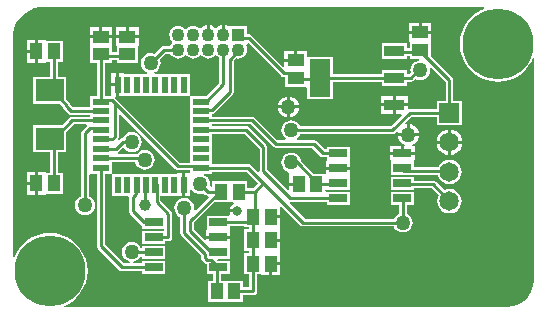
<source format=gtl>
G04*
G04 #@! TF.GenerationSoftware,Altium Limited,Altium Designer,20.2.3 (150)*
G04*
G04 Layer_Physical_Order=1*
G04 Layer_Color=255*
%FSLAX24Y24*%
%MOIN*%
G70*
G04*
G04 #@! TF.SameCoordinates,A1FA694D-6CEF-4EEC-B524-7EF816075216*
G04*
G04*
G04 #@! TF.FilePolarity,Positive*
G04*
G01*
G75*
%ADD13C,0.0100*%
%ADD14R,0.0433X0.0551*%
%ADD15R,0.0610X0.0276*%
%ADD16R,0.0551X0.0433*%
%ADD17R,0.0945X0.0748*%
%ADD18R,0.0236X0.0581*%
%ADD19R,0.0581X0.0236*%
%ADD20R,0.0689X0.0374*%
%ADD21R,0.0689X0.1260*%
%ADD38C,0.2362*%
%ADD39R,0.0433X0.0433*%
%ADD40C,0.0433*%
%ADD41R,0.0650X0.0650*%
%ADD42C,0.0650*%
%ADD43C,0.0394*%
%ADD44C,0.0500*%
%ADD45C,0.0315*%
G36*
X26083Y25426D02*
X25976Y25381D01*
X25807Y25278D01*
X25656Y25149D01*
X25527Y24998D01*
X25424Y24829D01*
X25348Y24646D01*
X25301Y24453D01*
X25286Y24255D01*
X25301Y24057D01*
X25348Y23865D01*
X25424Y23681D01*
X25527Y23512D01*
X25656Y23362D01*
X25807Y23233D01*
X25976Y23129D01*
X26159Y23053D01*
X26352Y23007D01*
X26550Y22991D01*
X26747Y23007D01*
X26940Y23053D01*
X27123Y23129D01*
X27292Y23233D01*
X27443Y23362D01*
X27572Y23512D01*
X27676Y23681D01*
X27720Y23789D01*
X27770Y23779D01*
Y16468D01*
Y16369D01*
X27732Y16176D01*
X27656Y15994D01*
X27547Y15830D01*
X27408Y15691D01*
X27244Y15582D01*
X27062Y15506D01*
X26869Y15468D01*
X12087D01*
X12077Y15518D01*
X12185Y15562D01*
X12354Y15666D01*
X12505Y15795D01*
X12633Y15945D01*
X12737Y16114D01*
X12813Y16298D01*
X12859Y16490D01*
X12875Y16688D01*
X12859Y16886D01*
X12813Y17079D01*
X12737Y17262D01*
X12633Y17431D01*
X12505Y17582D01*
X12354Y17711D01*
X12185Y17814D01*
X12002Y17890D01*
X11809Y17936D01*
X11611Y17952D01*
X11413Y17936D01*
X11221Y17890D01*
X11037Y17814D01*
X10868Y17711D01*
X10717Y17582D01*
X10589Y17431D01*
X10485Y17262D01*
X10441Y17155D01*
X10391Y17164D01*
Y24476D01*
Y24574D01*
X10429Y24767D01*
X10504Y24949D01*
X10614Y25113D01*
X10753Y25252D01*
X10917Y25362D01*
X11099Y25437D01*
X11292Y25476D01*
X26073D01*
X26083Y25426D01*
D02*
G37*
%LPC*%
G36*
X24338Y24954D02*
X24012D01*
Y24688D01*
X24338D01*
Y24954D01*
D02*
G37*
G36*
X23912D02*
X23587D01*
Y24688D01*
X23912D01*
Y24954D01*
D02*
G37*
G36*
X17445Y24873D02*
Y24560D01*
X17345D01*
Y24873D01*
X17313Y24868D01*
X17236Y24836D01*
X17179Y24793D01*
X17145Y24788D01*
X17112Y24793D01*
X17055Y24836D01*
X16978Y24868D01*
X16945Y24873D01*
Y24560D01*
X16845D01*
Y24873D01*
X16813Y24868D01*
X16736Y24836D01*
X16670Y24786D01*
X16657Y24769D01*
X16607D01*
X16606Y24770D01*
X16544Y24818D01*
X16472Y24848D01*
X16395Y24858D01*
X16318Y24848D01*
X16246Y24818D01*
X16185Y24770D01*
X16170Y24752D01*
X16120D01*
X16106Y24770D01*
X16044Y24818D01*
X15972Y24848D01*
X15895Y24858D01*
X15818Y24848D01*
X15746Y24818D01*
X15685Y24770D01*
X15637Y24709D01*
X15608Y24637D01*
X15597Y24560D01*
X15608Y24483D01*
X15637Y24411D01*
X15685Y24349D01*
X15703Y24335D01*
Y24285D01*
X15685Y24270D01*
X15637Y24209D01*
X15630Y24191D01*
X15419D01*
X15369Y24181D01*
X15326Y24153D01*
X15100Y23926D01*
X15065Y23941D01*
X14980Y23952D01*
X14894Y23941D01*
X14814Y23908D01*
X14745Y23855D01*
X14692Y23786D01*
X14659Y23706D01*
X14648Y23620D01*
X14659Y23535D01*
X14692Y23455D01*
X14745Y23386D01*
X14814Y23333D01*
X14856Y23316D01*
X14846Y23266D01*
X14095D01*
Y23287D01*
X13927D01*
Y22897D01*
Y22506D01*
X14095D01*
Y22528D01*
X16229D01*
X16279Y22528D01*
X16279Y22478D01*
Y22134D01*
Y21819D01*
Y21504D01*
Y21189D01*
Y20874D01*
Y20559D01*
Y20299D01*
X15950D01*
X13871Y22378D01*
X13871Y22378D01*
X13793Y22457D01*
X13813Y22506D01*
X13827D01*
Y22847D01*
X13659D01*
Y22528D01*
X13442D01*
Y23608D01*
X13674D01*
Y23729D01*
X13844D01*
Y23606D01*
X14553D01*
Y24175D01*
X14574D01*
Y24441D01*
X14198D01*
X13823D01*
Y24175D01*
X13844D01*
Y23991D01*
X13674D01*
Y24177D01*
X13695D01*
Y24444D01*
X13320D01*
X12944D01*
Y24177D01*
X12965D01*
Y23608D01*
X13180D01*
Y22528D01*
X12942D01*
Y22147D01*
X12388D01*
X12309Y22226D01*
X12305Y22246D01*
X12276Y22289D01*
X12162Y22403D01*
Y23164D01*
X11891D01*
Y23649D01*
X12055D01*
Y24357D01*
X11486D01*
Y24379D01*
X11219D01*
Y24003D01*
Y23628D01*
X11486D01*
Y23649D01*
X11629D01*
Y23164D01*
X11060D01*
Y22258D01*
X11936D01*
X12058Y22136D01*
X12062Y22116D01*
X12091Y22073D01*
X12241Y21923D01*
X12283Y21894D01*
X12334Y21884D01*
X12942D01*
Y21832D01*
X12354D01*
X12304Y21822D01*
X12262Y21794D01*
X12018Y21550D01*
X11060D01*
Y20644D01*
X11626D01*
Y19964D01*
X11483D01*
Y19985D01*
X11217D01*
Y19609D01*
Y19234D01*
X11483D01*
Y19255D01*
X12053D01*
Y19964D01*
X11889D01*
Y20644D01*
X12162D01*
Y21323D01*
X12409Y21570D01*
X12837D01*
X12838Y21568D01*
X12855Y21520D01*
X12699Y21363D01*
X12670Y21321D01*
X12660Y21271D01*
Y19171D01*
X12626Y19156D01*
X12557Y19104D01*
X12504Y19035D01*
X12471Y18955D01*
X12460Y18869D01*
X12471Y18783D01*
X12504Y18704D01*
X12557Y18635D01*
X12626Y18582D01*
X12706Y18549D01*
X12791Y18538D01*
X12877Y18549D01*
X12957Y18582D01*
X13026Y18635D01*
X13078Y18704D01*
X13112Y18783D01*
X13123Y18869D01*
X13112Y18955D01*
X13078Y19035D01*
X13026Y19104D01*
X12957Y19156D01*
X12923Y19171D01*
Y19887D01*
X12942Y19929D01*
X13180D01*
Y17527D01*
X13190Y17477D01*
X13218Y17434D01*
X13928Y16724D01*
X13971Y16696D01*
X14021Y16686D01*
X14694D01*
Y16600D01*
X15462D01*
Y17033D01*
X14694D01*
Y16948D01*
X14401D01*
X14398Y16998D01*
X14431Y17003D01*
X14511Y17036D01*
X14579Y17088D01*
X14632Y17157D01*
X14646Y17192D01*
X14694D01*
Y17100D01*
X15462D01*
Y17533D01*
X14694D01*
Y17454D01*
X14646D01*
X14632Y17489D01*
X14579Y17557D01*
X14511Y17610D01*
X14431Y17643D01*
X14345Y17654D01*
X14259Y17643D01*
X14179Y17610D01*
X14110Y17557D01*
X14058Y17489D01*
X14025Y17409D01*
X14013Y17323D01*
X14025Y17237D01*
X14058Y17157D01*
X14110Y17088D01*
X14179Y17036D01*
X14259Y17003D01*
X14292Y16998D01*
X14289Y16948D01*
X14075D01*
X13442Y17581D01*
Y19929D01*
X13630D01*
X13630Y19929D01*
X13631Y19929D01*
X13680Y19929D01*
X13680Y19880D01*
Y19879D01*
X13680Y19879D01*
Y19191D01*
X14217D01*
X14248Y19153D01*
Y18687D01*
X14258Y18636D01*
X14287Y18594D01*
X14399Y18482D01*
X14399Y18482D01*
X14656Y18224D01*
X14694Y18199D01*
Y18100D01*
X15434D01*
Y18033D01*
X14694D01*
Y17600D01*
X15462D01*
Y17680D01*
X15565D01*
X15616Y17690D01*
X15658Y17718D01*
X15687Y17761D01*
X15697Y17811D01*
Y18592D01*
X15687Y18642D01*
X15658Y18685D01*
X15306Y19037D01*
Y19191D01*
X15864D01*
Y19169D01*
X16032D01*
Y19560D01*
Y19950D01*
X15864D01*
Y19929D01*
X13730D01*
X13730Y19929D01*
X13730Y19929D01*
X13680Y19929D01*
X13680Y19979D01*
Y19979D01*
X13680Y19979D01*
Y20326D01*
X14462D01*
X14464Y20313D01*
X14497Y20233D01*
X14550Y20164D01*
X14618Y20111D01*
X14698Y20078D01*
X14784Y20067D01*
X14870Y20078D01*
X14950Y20111D01*
X15019Y20164D01*
X15071Y20233D01*
X15105Y20313D01*
X15116Y20398D01*
X15105Y20484D01*
X15071Y20564D01*
X15019Y20633D01*
X14950Y20686D01*
X14870Y20719D01*
X14784Y20730D01*
X14698Y20719D01*
X14618Y20686D01*
X14550Y20633D01*
X14516Y20589D01*
X13889D01*
X13881Y20613D01*
X13880Y20639D01*
X13916Y20663D01*
X14037Y20784D01*
X14087Y20780D01*
X14110Y20750D01*
X14179Y20697D01*
X14259Y20664D01*
X14345Y20653D01*
X14431Y20664D01*
X14511Y20697D01*
X14579Y20750D01*
X14632Y20818D01*
X14665Y20898D01*
X14676Y20984D01*
X14665Y21070D01*
X14632Y21150D01*
X14579Y21219D01*
X14511Y21271D01*
X14431Y21305D01*
X14345Y21316D01*
X14259Y21305D01*
X14179Y21271D01*
X14110Y21219D01*
X14058Y21150D01*
X14043Y21114D01*
X14002Y21106D01*
X13959Y21077D01*
X13915Y21033D01*
X13876Y21065D01*
X13899Y21100D01*
X13909Y21150D01*
Y21903D01*
X13956Y21922D01*
X15803Y20075D01*
X15846Y20046D01*
X15896Y20036D01*
X16279D01*
Y19970D01*
X16279Y19950D01*
X16259Y19950D01*
X16132D01*
Y19560D01*
Y19169D01*
X16300D01*
Y19398D01*
X16350Y19408D01*
X16352Y19403D01*
X16405Y19334D01*
X16474Y19281D01*
X16554Y19248D01*
X16639Y19237D01*
X16725Y19248D01*
X16760Y19263D01*
X16791Y19232D01*
X16833Y19203D01*
X16883Y19193D01*
X16892D01*
X16911Y19147D01*
X16474Y18710D01*
X16427Y18734D01*
X16434Y18787D01*
X16423Y18873D01*
X16390Y18953D01*
X16337Y19022D01*
X16268Y19075D01*
X16188Y19108D01*
X16102Y19119D01*
X16017Y19108D01*
X15937Y19075D01*
X15868Y19022D01*
X15815Y18953D01*
X15782Y18873D01*
X15771Y18787D01*
X15782Y18702D01*
X15815Y18622D01*
X15868Y18553D01*
X15937Y18500D01*
X15971Y18486D01*
Y17939D01*
X15981Y17888D01*
X16010Y17846D01*
X16659Y17196D01*
Y17126D01*
X16669Y17076D01*
X16697Y17033D01*
X16773Y16958D01*
X16815Y16929D01*
X16840Y16924D01*
Y16600D01*
X17045D01*
Y16359D01*
X16881D01*
Y15650D01*
X17422D01*
X17472Y15650D01*
X17522Y15650D01*
X18062D01*
Y15879D01*
X18391D01*
X18441Y15889D01*
X18484Y15918D01*
X18512Y15960D01*
X18522Y16011D01*
X18520Y16022D01*
Y16578D01*
X18669D01*
Y16557D01*
X18935D01*
Y16932D01*
X18985D01*
Y16982D01*
X19302D01*
Y17308D01*
X19302D01*
X19304Y17338D01*
X19304D01*
X19304Y17357D01*
Y17663D01*
X18987D01*
Y17763D01*
X19304D01*
Y18089D01*
X19304D01*
Y18119D01*
X19304D01*
Y18444D01*
X18987D01*
Y18544D01*
X19304D01*
Y18801D01*
X19350Y18820D01*
X19964Y18206D01*
X20006Y18178D01*
X20057Y18168D01*
X23075D01*
X23089Y18133D01*
X23142Y18065D01*
X23211Y18012D01*
X23291Y17979D01*
X23376Y17968D01*
X23462Y17979D01*
X23542Y18012D01*
X23611Y18065D01*
X23664Y18133D01*
X23697Y18213D01*
X23708Y18299D01*
X23697Y18385D01*
X23664Y18465D01*
X23611Y18534D01*
X23542Y18586D01*
X23508Y18601D01*
Y18895D01*
X23754D01*
Y19328D01*
X22987D01*
Y18895D01*
X23245D01*
Y18601D01*
X23211Y18586D01*
X23142Y18534D01*
X23089Y18465D01*
X23075Y18430D01*
X20111D01*
X19607Y18935D01*
X19631Y18981D01*
X19635Y18980D01*
X20841D01*
Y18895D01*
X21609D01*
Y19328D01*
X20841D01*
Y19328D01*
X20794Y19335D01*
Y19388D01*
X20841Y19395D01*
Y19395D01*
X21609D01*
Y19824D01*
X21609Y19828D01*
X21619Y19874D01*
X21630D01*
Y20061D01*
X20820D01*
Y19962D01*
X20794Y19923D01*
X20770Y19923D01*
X20415D01*
X19992Y20346D01*
X19986Y20387D01*
X19953Y20467D01*
X19901Y20535D01*
X19832Y20588D01*
X19752Y20621D01*
X19666Y20632D01*
X19580Y20621D01*
X19500Y20588D01*
X19432Y20535D01*
X19379Y20467D01*
X19346Y20387D01*
X19335Y20301D01*
X19346Y20215D01*
X19379Y20135D01*
X19432Y20066D01*
X19500Y20014D01*
X19569Y19985D01*
X19591Y19944D01*
Y19619D01*
X19908D01*
Y19519D01*
X19591D01*
Y19406D01*
X19545Y19387D01*
X18870Y20062D01*
Y20807D01*
X18860Y20857D01*
X18831Y20900D01*
X18252Y21479D01*
X18210Y21507D01*
X18160Y21517D01*
X17017D01*
Y21570D01*
X18316D01*
X19054Y20831D01*
X19097Y20802D01*
X19147Y20792D01*
X20354D01*
X20628Y20519D01*
X20671Y20490D01*
X20721Y20480D01*
X20841D01*
Y20399D01*
X20841Y20395D01*
X20830Y20349D01*
X20820D01*
Y20161D01*
X21630D01*
Y20349D01*
X21619D01*
X21609Y20395D01*
X21609Y20399D01*
Y20828D01*
X20841D01*
Y20743D01*
X20775D01*
X20502Y21016D01*
X20459Y21045D01*
X20409Y21055D01*
X19871D01*
X19854Y21105D01*
X19901Y21140D01*
X19953Y21209D01*
X19968Y21244D01*
X23028D01*
X23079Y21254D01*
X23121Y21282D01*
X23189Y21350D01*
X23231Y21322D01*
X23231Y21320D01*
X23225Y21278D01*
X23522D01*
Y21575D01*
X23480Y21569D01*
X23478Y21569D01*
X23450Y21611D01*
X23668Y21829D01*
X24535D01*
Y21557D01*
X25342D01*
Y22364D01*
X25070D01*
Y23043D01*
X25060Y23093D01*
X25031Y23135D01*
X24317Y23850D01*
Y24321D01*
X24338D01*
Y24588D01*
X23962D01*
X23587D01*
Y24321D01*
X23608D01*
Y24120D01*
X23526D01*
Y24296D01*
X22680D01*
Y23764D01*
X23526D01*
Y23858D01*
X23608D01*
Y23752D01*
X23913D01*
X23917Y23702D01*
X23876Y23697D01*
X23796Y23664D01*
X23728Y23611D01*
X23675Y23542D01*
X23642Y23462D01*
X23631Y23376D01*
X23640Y23302D01*
X23594Y23256D01*
X23526D01*
Y23390D01*
X22680D01*
Y23256D01*
X21046D01*
Y23833D01*
X20200D01*
X20188Y23878D01*
Y24029D01*
X19863D01*
Y23713D01*
X19813D01*
Y23663D01*
X19437D01*
Y23515D01*
X19391Y23496D01*
X18356Y24530D01*
X18314Y24559D01*
X18264Y24569D01*
X18191D01*
Y24855D01*
X17600D01*
X17600Y24855D01*
X17550Y24838D01*
X17478Y24868D01*
X17445Y24873D01*
D02*
G37*
G36*
X13695Y24810D02*
X13370D01*
Y24544D01*
X13695D01*
Y24810D01*
D02*
G37*
G36*
X13270D02*
X12944D01*
Y24544D01*
X13270D01*
Y24810D01*
D02*
G37*
G36*
X14574Y24808D02*
X14248D01*
Y24541D01*
X14574D01*
Y24808D01*
D02*
G37*
G36*
X14148D02*
X13823D01*
Y24541D01*
X14148D01*
Y24808D01*
D02*
G37*
G36*
X11119Y24379D02*
X10853D01*
Y24053D01*
X11119D01*
Y24379D01*
D02*
G37*
G36*
X19763Y24029D02*
X19437D01*
Y23763D01*
X19763D01*
Y24029D01*
D02*
G37*
G36*
X11119Y23953D02*
X10853D01*
Y23628D01*
X11119D01*
Y23953D01*
D02*
G37*
G36*
X13827Y23287D02*
X13659D01*
Y22947D01*
X13827D01*
Y23287D01*
D02*
G37*
G36*
X23622Y21575D02*
Y21278D01*
X23918D01*
X23913Y21320D01*
X23877Y21405D01*
X23821Y21478D01*
X23748Y21534D01*
X23663Y21569D01*
X23622Y21575D01*
D02*
G37*
G36*
X24989Y21398D02*
Y21026D01*
X25360D01*
X25352Y21087D01*
X25310Y21191D01*
X25242Y21279D01*
X25153Y21347D01*
X25049Y21390D01*
X24989Y21398D01*
D02*
G37*
G36*
X24889D02*
X24828Y21390D01*
X24724Y21347D01*
X24636Y21279D01*
X24568Y21191D01*
X24525Y21087D01*
X24517Y21026D01*
X24889D01*
Y21398D01*
D02*
G37*
G36*
X23918Y21178D02*
X23225D01*
X23231Y21137D01*
X23266Y21052D01*
X23322Y20979D01*
X23395Y20923D01*
X23452Y20899D01*
X23442Y20849D01*
X23420D01*
Y20661D01*
X23776D01*
Y20849D01*
X23702D01*
X23692Y20899D01*
X23748Y20923D01*
X23821Y20979D01*
X23877Y21052D01*
X23913Y21137D01*
X23918Y21178D01*
D02*
G37*
G36*
X23320Y20849D02*
X22965D01*
Y20661D01*
X23320D01*
Y20849D01*
D02*
G37*
G36*
X25360Y20926D02*
X24989D01*
Y20554D01*
X25049Y20563D01*
X25153Y20605D01*
X25242Y20673D01*
X25310Y20762D01*
X25352Y20865D01*
X25360Y20926D01*
D02*
G37*
G36*
X24889D02*
X24517D01*
X24525Y20865D01*
X24568Y20762D01*
X24636Y20673D01*
X24724Y20605D01*
X24828Y20563D01*
X24889Y20554D01*
Y20926D01*
D02*
G37*
G36*
X11117Y19985D02*
X10850D01*
Y19659D01*
X11117D01*
Y19985D01*
D02*
G37*
G36*
X23776Y20561D02*
X22965D01*
Y20374D01*
X22976D01*
X22987Y20328D01*
X22987Y20324D01*
Y19895D01*
X23372D01*
X23380Y19890D01*
X23430Y19880D01*
X24548D01*
X24586Y19789D01*
X24651Y19704D01*
X24735Y19640D01*
X24833Y19599D01*
X24939Y19585D01*
X25044Y19599D01*
X25142Y19640D01*
X25226Y19704D01*
X25291Y19789D01*
X25332Y19887D01*
X25346Y19992D01*
X25332Y20097D01*
X25291Y20196D01*
X25226Y20280D01*
X25142Y20345D01*
X25044Y20385D01*
X24939Y20399D01*
X24833Y20385D01*
X24735Y20345D01*
X24651Y20280D01*
X24586Y20196D01*
X24564Y20142D01*
X23754D01*
Y20324D01*
X23754Y20328D01*
X23765Y20374D01*
X23776D01*
Y20561D01*
D02*
G37*
G36*
X11117Y19559D02*
X10850D01*
Y19234D01*
X11117D01*
Y19559D01*
D02*
G37*
G36*
X23754Y19828D02*
X22987D01*
Y19395D01*
X23754D01*
Y19437D01*
X24347D01*
X24582Y19202D01*
X24545Y19113D01*
X24532Y19008D01*
X24545Y18903D01*
X24586Y18804D01*
X24651Y18720D01*
X24735Y18655D01*
X24833Y18615D01*
X24939Y18601D01*
X25044Y18615D01*
X25142Y18655D01*
X25226Y18720D01*
X25291Y18804D01*
X25332Y18903D01*
X25346Y19008D01*
X25332Y19113D01*
X25291Y19211D01*
X25226Y19296D01*
X25142Y19360D01*
X25044Y19401D01*
X24939Y19415D01*
X24833Y19401D01*
X24778Y19378D01*
X24494Y19661D01*
X24452Y19690D01*
X24402Y19700D01*
X23754D01*
Y19828D01*
D02*
G37*
G36*
X19302Y16882D02*
X19035D01*
Y16557D01*
X19302D01*
Y16882D01*
D02*
G37*
%LPD*%
G36*
X19319Y23196D02*
X19362Y23167D01*
X19412Y23157D01*
X19458D01*
Y22827D01*
X20167D01*
X20200Y22790D01*
Y22416D01*
X21046D01*
Y22993D01*
X22680D01*
Y22859D01*
X23526D01*
Y22993D01*
X23648D01*
X23699Y23003D01*
X23741Y23032D01*
X23798Y23088D01*
X23876Y23056D01*
X23962Y23045D01*
X24048Y23056D01*
X24128Y23089D01*
X24197Y23142D01*
X24249Y23211D01*
X24282Y23291D01*
X24294Y23376D01*
X24286Y23439D01*
X24333Y23463D01*
X24807Y22988D01*
Y22364D01*
X24535D01*
Y22092D01*
X23614D01*
X23598Y22089D01*
X23548Y22127D01*
Y22169D01*
X23153D01*
Y21932D01*
X23334D01*
X23354Y21886D01*
X22974Y21506D01*
X19968D01*
X19953Y21541D01*
X19901Y21609D01*
X19832Y21662D01*
X19752Y21695D01*
X19666Y21706D01*
X19580Y21695D01*
X19500Y21662D01*
X19432Y21609D01*
X19379Y21541D01*
X19346Y21461D01*
X19335Y21375D01*
X19346Y21289D01*
X19379Y21209D01*
X19432Y21140D01*
X19478Y21105D01*
X19461Y21055D01*
X19202D01*
X18463Y21794D01*
X18420Y21822D01*
X18370Y21832D01*
X17017D01*
Y21915D01*
X17058Y21923D01*
X17101Y21952D01*
X17706Y22557D01*
X17735Y22600D01*
X17745Y22650D01*
Y23680D01*
X17835Y23770D01*
X17895Y23762D01*
X17972Y23772D01*
X18044Y23802D01*
X18106Y23849D01*
X18153Y23911D01*
X18183Y23983D01*
X18193Y24060D01*
X18183Y24137D01*
X18153Y24209D01*
X18177Y24254D01*
X18191Y24265D01*
X18241Y24275D01*
X19319Y23196D01*
D02*
G37*
G36*
X15637Y23911D02*
X15685Y23849D01*
X15746Y23802D01*
X15818Y23772D01*
X15895Y23762D01*
X15972Y23772D01*
X16044Y23802D01*
X16106Y23849D01*
X16120Y23868D01*
X16170D01*
X16185Y23849D01*
X16246Y23802D01*
X16318Y23772D01*
X16395Y23762D01*
X16472Y23772D01*
X16544Y23802D01*
X16606Y23849D01*
X16620Y23868D01*
X16670D01*
X16685Y23849D01*
X16746Y23802D01*
X16818Y23772D01*
X16895Y23762D01*
X16972Y23772D01*
X17044Y23802D01*
X17106Y23849D01*
X17120Y23868D01*
X17170D01*
X17185Y23849D01*
X17246Y23802D01*
X17264Y23795D01*
Y22960D01*
X16831Y22528D01*
X16329D01*
X16279Y22528D01*
X16279Y22577D01*
Y23266D01*
X15113D01*
X15103Y23316D01*
X15145Y23333D01*
X15214Y23386D01*
X15267Y23455D01*
X15300Y23535D01*
X15311Y23620D01*
X15300Y23706D01*
X15286Y23741D01*
X15473Y23929D01*
X15630D01*
X15637Y23911D01*
D02*
G37*
G36*
X18607Y20752D02*
Y20008D01*
X18608Y20004D01*
X18562Y19980D01*
X18323Y20219D01*
X18280Y20247D01*
X18230Y20257D01*
X17017D01*
Y20559D01*
Y20874D01*
Y21255D01*
X18105D01*
X18607Y20752D01*
D02*
G37*
G36*
X18553Y19617D02*
X18391Y19456D01*
X18206D01*
Y19679D01*
X17666D01*
X17616Y19679D01*
X17566Y19679D01*
X17025D01*
Y19503D01*
X17012Y19499D01*
X16967Y19537D01*
X16971Y19569D01*
X16960Y19654D01*
X16927Y19734D01*
X16874Y19803D01*
X16805Y19856D01*
X16748Y19879D01*
X16758Y19929D01*
X17017D01*
Y19995D01*
X18176D01*
X18553Y19617D01*
D02*
G37*
G36*
X17743Y18920D02*
X17730Y18915D01*
X17676Y18873D01*
X17635Y18820D01*
X17609Y18757D01*
X17607Y18740D01*
X17860D01*
Y18640D01*
X17607D01*
X17609Y18623D01*
X17629Y18575D01*
X17598Y18536D01*
X17594Y18533D01*
X16840D01*
Y18105D01*
X16840Y18100D01*
X16830Y18055D01*
X16819D01*
Y17867D01*
X17629D01*
Y18055D01*
X17618D01*
X17608Y18100D01*
X17608Y18105D01*
Y18186D01*
X18102D01*
Y18140D01*
X18263D01*
Y18068D01*
X18102D01*
Y17359D01*
X18263D01*
Y17287D01*
X18099D01*
Y16578D01*
X18257D01*
Y16142D01*
X18062D01*
Y16359D01*
X17522D01*
X17472Y16359D01*
X17422Y16359D01*
X17308D01*
Y16600D01*
X17608D01*
Y17033D01*
X17217D01*
X17204Y17050D01*
X17229Y17100D01*
X17608D01*
Y17533D01*
X17608D01*
X17618Y17579D01*
X17629D01*
Y17767D01*
X16819D01*
Y17736D01*
X16773Y17717D01*
X16429Y18061D01*
Y18294D01*
X17105Y18970D01*
X17566D01*
X17616Y18970D01*
X17666Y18970D01*
X17733D01*
X17743Y18920D01*
D02*
G37*
%LPC*%
G36*
X23548Y22506D02*
X23153D01*
Y22269D01*
X23548D01*
Y22506D01*
D02*
G37*
G36*
X23053D02*
X22659D01*
Y22269D01*
X23053D01*
Y22506D01*
D02*
G37*
G36*
X19619Y22502D02*
Y22206D01*
X19915D01*
X19909Y22247D01*
X19874Y22332D01*
X19818Y22406D01*
X19745Y22462D01*
X19660Y22497D01*
X19619Y22502D01*
D02*
G37*
G36*
X19519D02*
X19477Y22497D01*
X19392Y22462D01*
X19319Y22406D01*
X19263Y22332D01*
X19228Y22247D01*
X19222Y22206D01*
X19519D01*
Y22502D01*
D02*
G37*
G36*
X23053Y22169D02*
X22659D01*
Y21932D01*
X23053D01*
Y22169D01*
D02*
G37*
G36*
X19915Y22106D02*
X19619D01*
Y21809D01*
X19660Y21815D01*
X19745Y21850D01*
X19818Y21906D01*
X19874Y21979D01*
X19909Y22065D01*
X19915Y22106D01*
D02*
G37*
G36*
X19519D02*
X19222D01*
X19228Y22065D01*
X19263Y21979D01*
X19319Y21906D01*
X19392Y21850D01*
X19477Y21815D01*
X19519Y21809D01*
Y22106D01*
D02*
G37*
%LPD*%
D13*
X13311Y20441D02*
X13328Y20458D01*
X14669D02*
X14728Y20398D01*
X13328Y20458D02*
X14669D01*
X13778Y22285D02*
X15896Y20168D01*
X16606D02*
X16648Y20126D01*
X15896Y20168D02*
X16606D01*
X14784Y18885D02*
Y19519D01*
X13699Y21071D02*
X13778Y21150D01*
X13311Y21071D02*
X13699D01*
X13778Y21150D02*
Y22285D01*
X13311Y22413D02*
Y23854D01*
X14052Y20984D02*
X14345D01*
X12354Y21701D02*
X13311D01*
X11709Y21056D02*
X12354Y21701D01*
X15175Y18983D02*
X15565Y18592D01*
Y17811D02*
Y18592D01*
X15175Y18983D02*
Y19571D01*
X15137Y19609D02*
X15175Y19571D01*
X19666Y20301D02*
X19851D01*
X19949Y20203D01*
X14758Y19545D02*
X14784Y19519D01*
X14728Y20398D02*
X14784D01*
X13348Y22384D02*
X13680D01*
X13320Y22413D02*
X13348Y22384D01*
X16298Y18006D02*
Y18348D01*
X17274Y19324D02*
X17320D01*
X16298Y18348D02*
X17274Y19324D01*
X16102Y17939D02*
Y18787D01*
X18394Y16932D02*
Y18492D01*
X18397Y18494D02*
X18446Y18543D01*
X18394Y18492D02*
X18397Y18494D01*
X18446Y18543D02*
Y19324D01*
X17767Y16005D02*
X17773Y16011D01*
X18389Y16926D02*
X18394Y16932D01*
X17773Y16011D02*
X18391D01*
X18389Y16013D02*
X18391Y16011D01*
X18389Y16013D02*
Y16926D01*
X20332Y19776D02*
Y19820D01*
X19949Y20203D02*
X20332Y19820D01*
X14758Y19545D02*
X14773Y19560D01*
X14491Y18575D02*
Y18575D01*
X14380Y18687D02*
Y19153D01*
Y18687D02*
X14491Y18575D01*
X15078Y17817D02*
X15084Y17811D01*
X15565D01*
X14380Y19153D02*
X14491Y19264D01*
Y19544D01*
X16298Y18006D02*
X16987Y17317D01*
X13262Y20756D02*
X13824D01*
X14052Y20984D01*
X16639Y19569D02*
X16883Y19324D01*
X17320D01*
X16991Y17050D02*
X17224Y16817D01*
X16102Y17939D02*
X16790Y17251D01*
X16866Y17050D02*
X16991D01*
X16790Y17126D02*
X16866Y17050D01*
X16790Y17126D02*
Y17251D01*
X13311Y17527D02*
Y20126D01*
Y17527D02*
X14021Y16817D01*
X15078D01*
X14491Y18575D02*
X14749Y18317D01*
X14345Y17323D02*
X14975D01*
X15024Y17372D01*
X15078Y17317D01*
X14749Y18317D02*
X15078D01*
X17176Y16769D02*
X17224Y16817D01*
X17176Y16005D02*
Y16769D01*
X16987Y17317D02*
X17224D01*
X18739Y19617D02*
X20057Y18299D01*
X18230Y20126D02*
X18739Y19617D01*
X18446Y19324D02*
X18739Y19617D01*
X17960Y19324D02*
X18446D01*
X16648Y20126D02*
X18230D01*
X18219Y18317D02*
X18394Y18492D01*
X17224Y18317D02*
X18219D01*
X20057Y18299D02*
X23376D01*
X19861Y19563D02*
Y19813D01*
X18739Y20008D02*
Y20807D01*
X19635Y19111D02*
X21225D01*
X18739Y20008D02*
X19635Y19111D01*
X18160Y21386D02*
X18739Y20807D01*
X11611Y21056D02*
X11757Y20909D01*
X11611Y21056D02*
X11709D01*
X11611Y22670D02*
X11760Y22819D01*
X11611Y22670D02*
X11709D01*
X12184Y22166D02*
Y22196D01*
Y22166D02*
X12334Y22016D01*
X12960Y21439D02*
X13291D01*
X13311Y23854D02*
X13320Y23862D01*
X13322Y23860D01*
X13680Y22384D02*
X13778Y22285D01*
X15419Y24060D02*
X15895D01*
X16648Y22016D02*
X16677Y22044D01*
X17895Y24560D02*
X18018Y24437D01*
X18264D01*
X19861Y19563D02*
X19908Y19609D01*
X19412Y23289D02*
X19646D01*
X20498Y19569D02*
X20500Y19570D01*
X20332Y19776D02*
X20498Y19609D01*
X20620Y23081D02*
X20664Y23124D01*
X23370Y19111D02*
X23376Y19106D01*
X23370Y19570D02*
X23372Y19569D01*
X24939Y18967D02*
Y19031D01*
X17395Y22906D02*
Y24060D01*
X17895Y24016D02*
Y24060D01*
X19646Y23289D02*
X19813Y23122D01*
X20409Y20924D02*
X20721Y20611D01*
X23376Y18299D02*
Y19106D01*
X23370Y20070D02*
X23430Y20011D01*
X23648Y23124D02*
X23900Y23376D01*
X24879Y20011D02*
X24939Y19951D01*
X11757Y19569D02*
Y20909D01*
X11760Y22819D02*
Y23962D01*
X24939Y21961D02*
Y23043D01*
X12791Y21271D02*
X12960Y21439D01*
X13322Y23860D02*
X14198D01*
X16648Y21386D02*
X18160D01*
X16648Y21701D02*
X18370D01*
X16677Y22044D02*
X17008D01*
X16648Y22331D02*
X16820D01*
X20500Y19570D02*
X21225D01*
X20721Y20611D02*
X21225D01*
X19813Y23081D02*
X20620D01*
X23372Y19569D02*
X24402D01*
X23614Y21961D02*
X24939D01*
X23103Y23124D02*
X23648D01*
X23900Y23376D02*
X23962D01*
X11709Y22670D02*
X12184Y22196D01*
X14980Y23620D02*
X15419Y24060D01*
X18370Y21701D02*
X19147Y20924D01*
X17008Y22044D02*
X17613Y22650D01*
X18264Y24437D02*
X19412Y23289D01*
X17613Y23734D02*
X17895Y24016D01*
X23028Y21375D02*
X23614Y21961D01*
X23430Y20011D02*
X24879D01*
X23103Y23989D02*
X23933D01*
X23962Y23960D01*
X24021D02*
X24939Y23043D01*
X23962Y23960D02*
X24021D01*
X12791Y18869D02*
Y21271D01*
X17613Y22650D02*
Y23734D01*
X16820Y22331D02*
X17395Y22906D01*
X24402Y19569D02*
X24939Y19031D01*
X12334Y22016D02*
X13311D01*
X19147Y20924D02*
X20409D01*
X19666Y21375D02*
X23028D01*
X20664Y23124D02*
X23103D01*
D14*
X17176Y16005D02*
D03*
X17767D02*
D03*
X17320Y19324D02*
D03*
X17911D02*
D03*
X18397Y18494D02*
D03*
X18987D02*
D03*
X18397Y17713D02*
D03*
X18987D02*
D03*
X18394Y16932D02*
D03*
X18985D02*
D03*
X11757Y19609D02*
D03*
X11167D02*
D03*
X11760Y24003D02*
D03*
X11169D02*
D03*
X19908Y19569D02*
D03*
X20498D02*
D03*
D15*
X17224Y18317D02*
D03*
Y17817D02*
D03*
Y17317D02*
D03*
Y16817D02*
D03*
X15078D02*
D03*
Y17317D02*
D03*
Y17817D02*
D03*
Y18317D02*
D03*
X23370Y20611D02*
D03*
Y20111D02*
D03*
Y19611D02*
D03*
Y19111D02*
D03*
X21225D02*
D03*
Y19611D02*
D03*
Y20111D02*
D03*
Y20611D02*
D03*
D16*
X14198Y24491D02*
D03*
Y23901D02*
D03*
X13320Y24494D02*
D03*
Y23903D02*
D03*
X23962Y24638D02*
D03*
Y24047D02*
D03*
X19813Y23713D02*
D03*
Y23122D02*
D03*
D17*
X11611Y22711D02*
D03*
Y21097D02*
D03*
D18*
X13877Y22897D02*
D03*
X14192D02*
D03*
X14507D02*
D03*
X14822D02*
D03*
X15137D02*
D03*
X15452D02*
D03*
X15767D02*
D03*
X16082D02*
D03*
Y19560D02*
D03*
X15767D02*
D03*
X15452D02*
D03*
X15137D02*
D03*
X14822D02*
D03*
X14507D02*
D03*
X14192D02*
D03*
X13877D02*
D03*
D19*
X16648Y22331D02*
D03*
Y22016D02*
D03*
Y21701D02*
D03*
Y21386D02*
D03*
Y21071D02*
D03*
Y20756D02*
D03*
Y20441D02*
D03*
Y20126D02*
D03*
X13311D02*
D03*
Y20441D02*
D03*
Y20756D02*
D03*
Y21071D02*
D03*
Y21386D02*
D03*
Y21701D02*
D03*
Y22016D02*
D03*
Y22331D02*
D03*
D20*
X23103Y22219D02*
D03*
Y23124D02*
D03*
Y24030D02*
D03*
D21*
X20623Y23124D02*
D03*
D38*
X26550Y24255D02*
D03*
X11611Y16688D02*
D03*
D39*
X17895Y24560D02*
D03*
D40*
Y24060D02*
D03*
X17395Y24560D02*
D03*
Y24060D02*
D03*
X16895Y24560D02*
D03*
Y24060D02*
D03*
X16395Y24560D02*
D03*
Y24060D02*
D03*
X15895Y24560D02*
D03*
Y24060D02*
D03*
D41*
X24939Y21961D02*
D03*
D42*
Y20976D02*
D03*
Y19992D02*
D03*
Y19008D02*
D03*
D43*
X14784Y18885D02*
D03*
D44*
X14345Y20984D02*
D03*
X19666Y20301D02*
D03*
X14784Y20398D02*
D03*
X16102Y18787D02*
D03*
X16639Y19569D02*
D03*
X14345Y17323D02*
D03*
X23572Y21228D02*
D03*
X19569Y22156D02*
D03*
X19666Y21375D02*
D03*
X12791Y18869D02*
D03*
X14980Y23620D02*
D03*
X23376Y18299D02*
D03*
X23962Y23376D02*
D03*
D45*
X17860Y18690D02*
D03*
M02*

</source>
